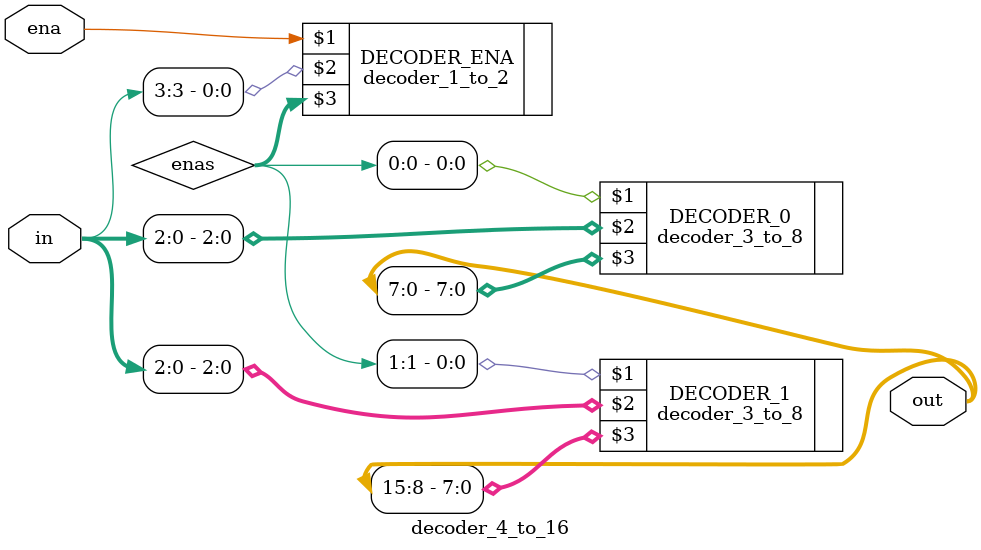
<source format=sv>
`timescale 1ns/1ps
module decoder_4_to_16(ena, in, out);

input wire ena;
input wire [3:0] in;
output logic [15:0] out;

wire [1:0] enas;
decoder_1_to_2 DECODER_ENA(ena, in[3], enas);
decoder_3_to_8 DECODER_0(enas[0], in[2:0], out[7:0]);
decoder_3_to_8 DECODER_1(enas[1], in[2:0], out[15:8]);

endmodule
</source>
